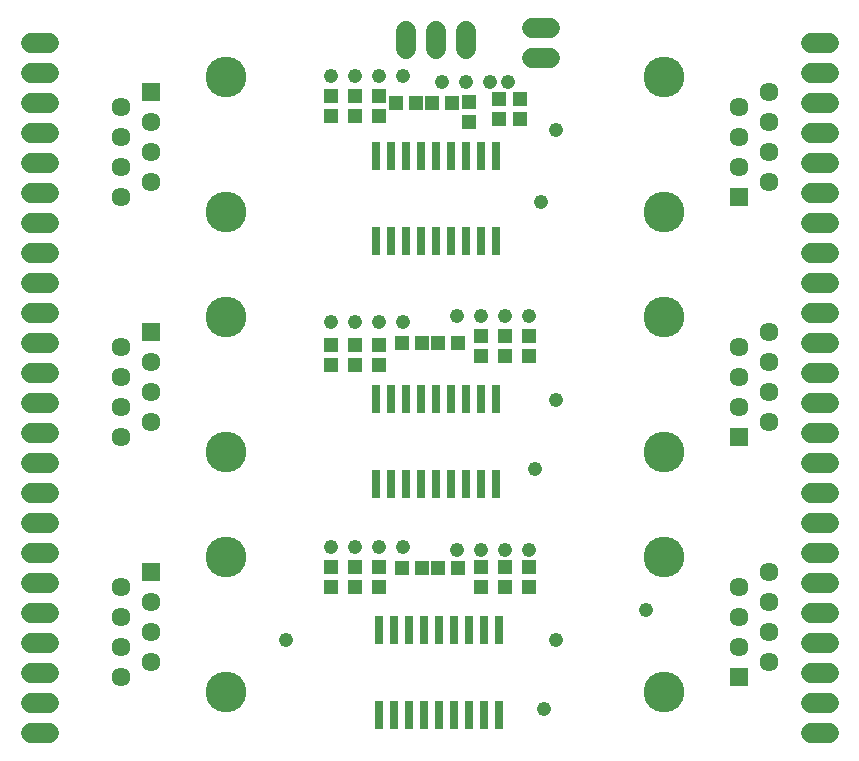
<source format=gts>
G75*
%MOIN*%
%OFA0B0*%
%FSLAX24Y24*%
%IPPOS*%
%LPD*%
%AMOC8*
5,1,8,0,0,1.08239X$1,22.5*
%
%ADD10C,0.0634*%
%ADD11R,0.0634X0.0634*%
%ADD12C,0.1360*%
%ADD13C,0.0680*%
%ADD14R,0.0316X0.0946*%
%ADD15R,0.0513X0.0474*%
%ADD16R,0.0474X0.0513*%
%ADD17C,0.0476*%
D10*
X004660Y003033D03*
X005660Y003533D03*
X004660Y004033D03*
X005660Y004533D03*
X004660Y005033D03*
X005660Y005533D03*
X004660Y006033D03*
X004660Y011033D03*
X005660Y011533D03*
X004660Y012033D03*
X005660Y012533D03*
X004660Y013033D03*
X005660Y013533D03*
X004660Y014033D03*
X004660Y019033D03*
X005660Y019533D03*
X004660Y020033D03*
X005660Y020533D03*
X004660Y021033D03*
X004660Y022033D03*
X005660Y021533D03*
X025260Y021033D03*
X025260Y022033D03*
X026260Y021533D03*
X026260Y022533D03*
X026260Y020533D03*
X025260Y020033D03*
X026260Y019533D03*
X026260Y014533D03*
X025260Y014033D03*
X026260Y013533D03*
X025260Y013033D03*
X026260Y012533D03*
X025260Y012033D03*
X026260Y011533D03*
X026260Y006533D03*
X025260Y006033D03*
X026260Y005533D03*
X025260Y005033D03*
X026260Y004533D03*
X025260Y004033D03*
X026260Y003533D03*
D11*
X025260Y003033D03*
X025260Y011033D03*
X025260Y019033D03*
X005660Y022533D03*
X005660Y014533D03*
X005660Y006533D03*
D12*
X008160Y007033D03*
X008160Y010533D03*
X008160Y015033D03*
X008160Y018533D03*
X008160Y023033D03*
X022760Y023033D03*
X022760Y018533D03*
X022760Y015033D03*
X022760Y010533D03*
X022760Y007033D03*
X022760Y002533D03*
X008160Y002533D03*
D13*
X002260Y001183D02*
X001660Y001183D01*
X001660Y002183D02*
X002260Y002183D01*
X002260Y003183D02*
X001660Y003183D01*
X001660Y004183D02*
X002260Y004183D01*
X002260Y005183D02*
X001660Y005183D01*
X001660Y006183D02*
X002260Y006183D01*
X002260Y007183D02*
X001660Y007183D01*
X001660Y008183D02*
X002260Y008183D01*
X002260Y009183D02*
X001660Y009183D01*
X001660Y010183D02*
X002260Y010183D01*
X002260Y011183D02*
X001660Y011183D01*
X001660Y012183D02*
X002260Y012183D01*
X002260Y013183D02*
X001660Y013183D01*
X001660Y014183D02*
X002260Y014183D01*
X002260Y015183D02*
X001660Y015183D01*
X001660Y016183D02*
X002260Y016183D01*
X002260Y017183D02*
X001660Y017183D01*
X001660Y018183D02*
X002260Y018183D01*
X002260Y019183D02*
X001660Y019183D01*
X001660Y020183D02*
X002260Y020183D01*
X002260Y021183D02*
X001660Y021183D01*
X001660Y022183D02*
X002260Y022183D01*
X002260Y023183D02*
X001660Y023183D01*
X001660Y024183D02*
X002260Y024183D01*
X014160Y023983D02*
X014160Y024583D01*
X015160Y024583D02*
X015160Y023983D01*
X016160Y023983D02*
X016160Y024583D01*
X018360Y024683D02*
X018960Y024683D01*
X018960Y023683D02*
X018360Y023683D01*
X027660Y023183D02*
X028260Y023183D01*
X028260Y022183D02*
X027660Y022183D01*
X027660Y021183D02*
X028260Y021183D01*
X028260Y020183D02*
X027660Y020183D01*
X027660Y019183D02*
X028260Y019183D01*
X028260Y018183D02*
X027660Y018183D01*
X027660Y017183D02*
X028260Y017183D01*
X028260Y016183D02*
X027660Y016183D01*
X027660Y015183D02*
X028260Y015183D01*
X028260Y014183D02*
X027660Y014183D01*
X027660Y013183D02*
X028260Y013183D01*
X028260Y012183D02*
X027660Y012183D01*
X027660Y011183D02*
X028260Y011183D01*
X028260Y010183D02*
X027660Y010183D01*
X027660Y009183D02*
X028260Y009183D01*
X028260Y008183D02*
X027660Y008183D01*
X027660Y007183D02*
X028260Y007183D01*
X028260Y006183D02*
X027660Y006183D01*
X027660Y005183D02*
X028260Y005183D01*
X028260Y004183D02*
X027660Y004183D01*
X027660Y003183D02*
X028260Y003183D01*
X028260Y002183D02*
X027660Y002183D01*
X027660Y001183D02*
X028260Y001183D01*
X028260Y024183D02*
X027660Y024183D01*
D14*
X017160Y020401D03*
X016660Y020401D03*
X016160Y020401D03*
X015660Y020401D03*
X015160Y020401D03*
X014660Y020401D03*
X014160Y020401D03*
X013660Y020401D03*
X013160Y020401D03*
X013160Y017566D03*
X013660Y017566D03*
X014160Y017566D03*
X014660Y017566D03*
X015160Y017566D03*
X015660Y017566D03*
X016160Y017566D03*
X016660Y017566D03*
X017160Y017566D03*
X017160Y012301D03*
X016660Y012301D03*
X016160Y012301D03*
X015660Y012301D03*
X015160Y012301D03*
X014660Y012301D03*
X014160Y012301D03*
X013660Y012301D03*
X013160Y012301D03*
X013160Y009466D03*
X013660Y009466D03*
X014160Y009466D03*
X014660Y009466D03*
X015160Y009466D03*
X015660Y009466D03*
X016160Y009466D03*
X016660Y009466D03*
X017160Y009466D03*
X017260Y004601D03*
X016760Y004601D03*
X016260Y004601D03*
X015760Y004601D03*
X015260Y004601D03*
X014760Y004601D03*
X014260Y004601D03*
X013760Y004601D03*
X013260Y004601D03*
X013260Y001766D03*
X013760Y001766D03*
X014260Y001766D03*
X014760Y001766D03*
X015260Y001766D03*
X015760Y001766D03*
X016260Y001766D03*
X016760Y001766D03*
X017260Y001766D03*
D15*
X017460Y006049D03*
X017460Y006718D03*
X016660Y006718D03*
X016660Y006049D03*
X018260Y006049D03*
X018260Y006718D03*
X013260Y006718D03*
X013260Y006049D03*
X012460Y006049D03*
X012460Y006718D03*
X011660Y006718D03*
X011660Y006049D03*
X011660Y013449D03*
X011660Y014118D03*
X012460Y014118D03*
X013260Y014118D03*
X013260Y013449D03*
X012460Y013449D03*
X016660Y013749D03*
X016660Y014418D03*
X017460Y014418D03*
X017460Y013749D03*
X018260Y013749D03*
X018260Y014418D03*
X017960Y021649D03*
X017960Y022318D03*
X017260Y022318D03*
X017260Y021649D03*
X016260Y021549D03*
X016260Y022218D03*
X013260Y022418D03*
X012460Y022418D03*
X012460Y021749D03*
X013260Y021749D03*
X011660Y021749D03*
X011660Y022418D03*
D16*
X013825Y022183D03*
X014495Y022183D03*
X015025Y022183D03*
X015695Y022183D03*
X015895Y014183D03*
X015225Y014183D03*
X014695Y014183D03*
X014025Y014183D03*
X014025Y006683D03*
X014695Y006683D03*
X015225Y006683D03*
X015895Y006683D03*
D17*
X015860Y007283D03*
X016660Y007283D03*
X017460Y007283D03*
X018260Y007283D03*
X018460Y009983D03*
X019160Y012283D03*
X018260Y015083D03*
X017460Y015083D03*
X016660Y015083D03*
X015860Y015083D03*
X014060Y014883D03*
X013260Y014883D03*
X012460Y014883D03*
X011660Y014883D03*
X018660Y018883D03*
X019160Y021283D03*
X017560Y022883D03*
X016960Y022883D03*
X016160Y022883D03*
X015360Y022883D03*
X014060Y023083D03*
X013260Y023083D03*
X012460Y023083D03*
X011660Y023083D03*
X011660Y007383D03*
X012460Y007383D03*
X013260Y007383D03*
X014060Y007383D03*
X010160Y004283D03*
X018760Y001983D03*
X019160Y004283D03*
X019160Y004283D03*
X022160Y005283D03*
M02*

</source>
